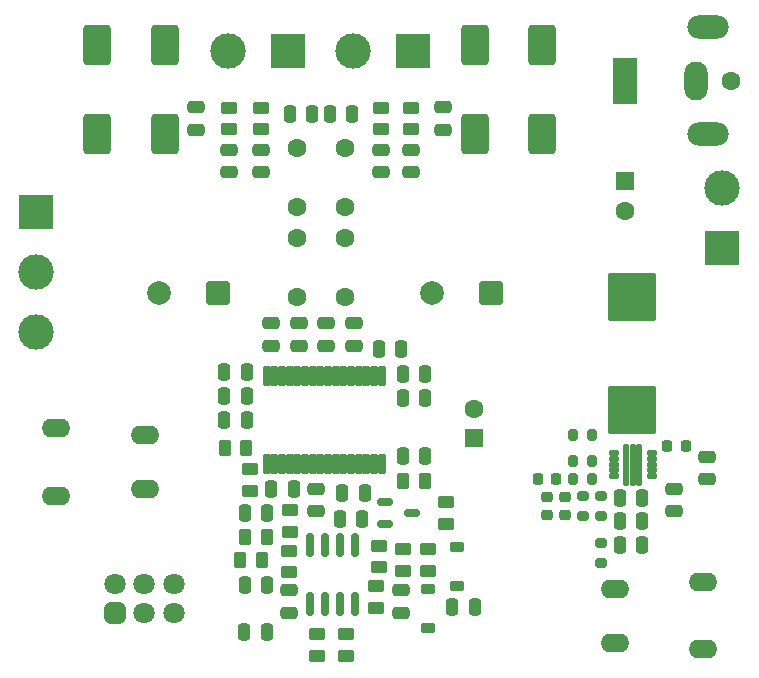
<source format=gts>
G04 #@! TF.GenerationSoftware,KiCad,Pcbnew,9.0.3*
G04 #@! TF.CreationDate,2025-08-11T22:09:38-04:00*
G04 #@! TF.ProjectId,Class D Amplifier,436c6173-7320-4442-9041-6d706c696669,rev?*
G04 #@! TF.SameCoordinates,Original*
G04 #@! TF.FileFunction,Soldermask,Top*
G04 #@! TF.FilePolarity,Negative*
%FSLAX46Y46*%
G04 Gerber Fmt 4.6, Leading zero omitted, Abs format (unit mm)*
G04 Created by KiCad (PCBNEW 9.0.3) date 2025-08-11 22:09:38*
%MOMM*%
%LPD*%
G01*
G04 APERTURE LIST*
G04 Aperture macros list*
%AMRoundRect*
0 Rectangle with rounded corners*
0 $1 Rounding radius*
0 $2 $3 $4 $5 $6 $7 $8 $9 X,Y pos of 4 corners*
0 Add a 4 corners polygon primitive as box body*
4,1,4,$2,$3,$4,$5,$6,$7,$8,$9,$2,$3,0*
0 Add four circle primitives for the rounded corners*
1,1,$1+$1,$2,$3*
1,1,$1+$1,$4,$5*
1,1,$1+$1,$6,$7*
1,1,$1+$1,$8,$9*
0 Add four rect primitives between the rounded corners*
20,1,$1+$1,$2,$3,$4,$5,0*
20,1,$1+$1,$4,$5,$6,$7,0*
20,1,$1+$1,$6,$7,$8,$9,0*
20,1,$1+$1,$8,$9,$2,$3,0*%
G04 Aperture macros list end*
%ADD10RoundRect,0.250001X-0.899999X-1.449999X0.899999X-1.449999X0.899999X1.449999X-0.899999X1.449999X0*%
%ADD11RoundRect,0.250000X-0.450000X0.262500X-0.450000X-0.262500X0.450000X-0.262500X0.450000X0.262500X0*%
%ADD12RoundRect,0.250000X0.450000X-0.262500X0.450000X0.262500X-0.450000X0.262500X-0.450000X-0.262500X0*%
%ADD13RoundRect,0.250000X-0.475000X0.250000X-0.475000X-0.250000X0.475000X-0.250000X0.475000X0.250000X0*%
%ADD14RoundRect,0.250000X0.550000X-0.550000X0.550000X0.550000X-0.550000X0.550000X-0.550000X-0.550000X0*%
%ADD15C,1.600000*%
%ADD16RoundRect,0.250000X-0.250000X-0.475000X0.250000X-0.475000X0.250000X0.475000X-0.250000X0.475000X0*%
%ADD17RoundRect,0.153500X0.153500X-0.733500X0.153500X0.733500X-0.153500X0.733500X-0.153500X-0.733500X0*%
%ADD18RoundRect,0.250000X0.250000X0.475000X-0.250000X0.475000X-0.250000X-0.475000X0.250000X-0.475000X0*%
%ADD19RoundRect,0.250001X0.899999X1.449999X-0.899999X1.449999X-0.899999X-1.449999X0.899999X-1.449999X0*%
%ADD20RoundRect,0.225000X0.225000X0.250000X-0.225000X0.250000X-0.225000X-0.250000X0.225000X-0.250000X0*%
%ADD21RoundRect,0.250000X0.750000X0.750000X-0.750000X0.750000X-0.750000X-0.750000X0.750000X-0.750000X0*%
%ADD22C,2.000000*%
%ADD23RoundRect,0.150000X-0.512500X-0.150000X0.512500X-0.150000X0.512500X0.150000X-0.512500X0.150000X0*%
%ADD24RoundRect,0.250000X0.475000X-0.250000X0.475000X0.250000X-0.475000X0.250000X-0.475000X-0.250000X0*%
%ADD25R,3.000000X3.000000*%
%ADD26C,3.000000*%
%ADD27RoundRect,0.450000X-0.450000X0.450000X-0.450000X-0.450000X0.450000X-0.450000X0.450000X0.450000X0*%
%ADD28C,1.800000*%
%ADD29RoundRect,0.200000X-0.275000X0.200000X-0.275000X-0.200000X0.275000X-0.200000X0.275000X0.200000X0*%
%ADD30RoundRect,0.250000X-0.262500X-0.450000X0.262500X-0.450000X0.262500X0.450000X-0.262500X0.450000X0*%
%ADD31RoundRect,0.102000X-0.350000X-0.125000X0.350000X-0.125000X0.350000X0.125000X-0.350000X0.125000X0*%
%ADD32RoundRect,0.102000X-0.125000X-1.700000X0.125000X-1.700000X0.125000X1.700000X-0.125000X1.700000X0*%
%ADD33RoundRect,0.200000X-0.200000X-0.275000X0.200000X-0.275000X0.200000X0.275000X-0.200000X0.275000X0*%
%ADD34RoundRect,0.225000X-0.375000X0.225000X-0.375000X-0.225000X0.375000X-0.225000X0.375000X0.225000X0*%
%ADD35RoundRect,0.250002X-1.799998X1.799998X-1.799998X-1.799998X1.799998X-1.799998X1.799998X1.799998X0*%
%ADD36RoundRect,0.225000X-0.250000X0.225000X-0.250000X-0.225000X0.250000X-0.225000X0.250000X0.225000X0*%
%ADD37RoundRect,0.150000X0.150000X-0.825000X0.150000X0.825000X-0.150000X0.825000X-0.150000X-0.825000X0*%
%ADD38R,2.000000X4.000000*%
%ADD39O,2.000000X3.300000*%
%ADD40O,3.500000X2.000000*%
%ADD41O,2.400000X1.600000*%
%ADD42RoundRect,0.225000X0.375000X-0.225000X0.375000X0.225000X-0.375000X0.225000X-0.375000X-0.225000X0*%
%ADD43RoundRect,0.250000X-0.550000X0.550000X-0.550000X-0.550000X0.550000X-0.550000X0.550000X0.550000X0*%
%ADD44RoundRect,0.250000X0.262500X0.450000X-0.262500X0.450000X-0.262500X-0.450000X0.262500X-0.450000X0*%
G04 APERTURE END LIST*
D10*
G04 #@! TO.C,L3*
X43000000Y-42900000D03*
X48700000Y-42900000D03*
G04 #@! TD*
D11*
G04 #@! TO.C,R4*
X61569193Y-92769984D03*
X61569193Y-94594984D03*
G04 #@! TD*
D12*
G04 #@! TO.C,R6*
X72500000Y-83412500D03*
X72500000Y-81587500D03*
G04 #@! TD*
D13*
G04 #@! TO.C,C37*
X67000000Y-51750000D03*
X67000000Y-53650000D03*
G04 #@! TD*
D12*
G04 #@! TO.C,R1*
X66900000Y-87112500D03*
X66900000Y-85287500D03*
G04 #@! TD*
D14*
G04 #@! TO.C,C8*
X74900000Y-76182380D03*
D15*
X74900000Y-73682380D03*
G04 #@! TD*
D16*
G04 #@! TO.C,C10*
X68850000Y-72800000D03*
X70750000Y-72800000D03*
G04 #@! TD*
G04 #@! TO.C,C2*
X55493012Y-88600000D03*
X57393012Y-88600000D03*
G04 #@! TD*
D13*
G04 #@! TO.C,C35*
X72300000Y-48150000D03*
X72300000Y-50050000D03*
G04 #@! TD*
D17*
G04 #@! TO.C,U2*
X57345000Y-78345000D03*
X57995000Y-78345000D03*
X58645000Y-78345000D03*
X59295000Y-78345000D03*
X59945000Y-78345000D03*
X60595000Y-78345000D03*
X61245000Y-78345000D03*
X61895000Y-78345000D03*
X62545000Y-78345000D03*
X63195000Y-78345000D03*
X63845000Y-78345000D03*
X64495000Y-78345000D03*
X65145000Y-78345000D03*
X65795000Y-78345000D03*
X66445000Y-78345000D03*
X67095000Y-78345000D03*
X67095000Y-70905000D03*
X66445000Y-70905000D03*
X65795000Y-70905000D03*
X65145000Y-70905000D03*
X64495000Y-70905000D03*
X63845000Y-70905000D03*
X63195000Y-70905000D03*
X62545000Y-70905000D03*
X61895000Y-70905000D03*
X61245000Y-70905000D03*
X60595000Y-70905000D03*
X59945000Y-70905000D03*
X59295000Y-70905000D03*
X58645000Y-70905000D03*
X57995000Y-70905000D03*
X57345000Y-70905000D03*
G04 #@! TD*
D11*
G04 #@! TO.C,R24*
X69600000Y-48187500D03*
X69600000Y-50012500D03*
G04 #@! TD*
D18*
G04 #@! TO.C,C26*
X89150000Y-81200000D03*
X87250000Y-81200000D03*
G04 #@! TD*
D13*
G04 #@! TO.C,C5*
X59200000Y-89050000D03*
X59200000Y-90950000D03*
G04 #@! TD*
D19*
G04 #@! TO.C,L2*
X80650000Y-50400000D03*
X74950000Y-50400000D03*
G04 #@! TD*
D20*
G04 #@! TO.C,C21*
X92825000Y-76850000D03*
X91275000Y-76850000D03*
G04 #@! TD*
D21*
G04 #@! TO.C,C42*
X53267677Y-63900000D03*
D22*
X48267677Y-63900000D03*
G04 #@! TD*
D23*
G04 #@! TO.C,Q1*
X67362500Y-81550000D03*
X67362500Y-83450000D03*
X69637500Y-82500000D03*
G04 #@! TD*
D18*
G04 #@! TO.C,C28*
X89150000Y-85200000D03*
X87250000Y-85200000D03*
G04 #@! TD*
D12*
G04 #@! TO.C,R13*
X59300000Y-84112500D03*
X59300000Y-82287500D03*
G04 #@! TD*
D24*
G04 #@! TO.C,C1*
X68700000Y-90950000D03*
X68700000Y-89050000D03*
G04 #@! TD*
D25*
G04 #@! TO.C,J4*
X95900000Y-60040000D03*
D26*
X95900000Y-54960000D03*
G04 #@! TD*
D18*
G04 #@! TO.C,C33*
X64600000Y-48700000D03*
X62700000Y-48700000D03*
G04 #@! TD*
D25*
G04 #@! TO.C,J5*
X69700000Y-43400000D03*
D26*
X64620000Y-43400000D03*
G04 #@! TD*
D16*
G04 #@! TO.C,C16*
X63750000Y-80800000D03*
X65650000Y-80800000D03*
G04 #@! TD*
G04 #@! TO.C,C3*
X73050000Y-90500000D03*
X74950000Y-90500000D03*
G04 #@! TD*
D27*
G04 #@! TO.C,RV1*
X44500000Y-91000000D03*
D28*
X47000000Y-91000000D03*
X49500000Y-91000000D03*
X44500000Y-88500000D03*
X47000000Y-88500000D03*
X49500000Y-88500000D03*
G04 #@! TD*
D29*
G04 #@! TO.C,R17*
X85650000Y-85075000D03*
X85650000Y-86725000D03*
G04 #@! TD*
D30*
G04 #@! TO.C,R11*
X68887500Y-79800000D03*
X70712500Y-79800000D03*
G04 #@! TD*
G04 #@! TO.C,R12*
X53787500Y-77000000D03*
X55612500Y-77000000D03*
G04 #@! TD*
D13*
G04 #@! TO.C,C39*
X69600000Y-51750000D03*
X69600000Y-53650000D03*
G04 #@! TD*
D15*
G04 #@! TO.C,C32*
X59900000Y-59200000D03*
X59900000Y-64200000D03*
G04 #@! TD*
G04 #@! TO.C,C31*
X64000000Y-59200000D03*
X64000000Y-64200000D03*
G04 #@! TD*
D31*
G04 #@! TO.C,U3*
X86750000Y-77400000D03*
X86750000Y-77900000D03*
X86750000Y-78400000D03*
X86750000Y-78900000D03*
X86750000Y-79400000D03*
D32*
X87800000Y-78400000D03*
X88350000Y-78400000D03*
X88900000Y-78400000D03*
D31*
X89950000Y-79400000D03*
X89950000Y-78900000D03*
X89950000Y-78400000D03*
X89950000Y-77900000D03*
X89950000Y-77400000D03*
G04 #@! TD*
D33*
G04 #@! TO.C,R15*
X83275000Y-78100000D03*
X84925000Y-78100000D03*
G04 #@! TD*
D11*
G04 #@! TO.C,R22*
X67000000Y-48187500D03*
X67000000Y-50012500D03*
G04 #@! TD*
D18*
G04 #@! TO.C,C4*
X57350000Y-92600000D03*
X55450000Y-92600000D03*
G04 #@! TD*
D11*
G04 #@! TO.C,R7*
X68900000Y-85587500D03*
X68900000Y-87412500D03*
G04 #@! TD*
D13*
G04 #@! TO.C,C15*
X94600000Y-77750000D03*
X94600000Y-79650000D03*
G04 #@! TD*
D16*
G04 #@! TO.C,C12*
X57750000Y-80500000D03*
X59650000Y-80500000D03*
G04 #@! TD*
D13*
G04 #@! TO.C,C23*
X60100000Y-66450000D03*
X60100000Y-68350000D03*
G04 #@! TD*
D16*
G04 #@! TO.C,C7*
X55493012Y-82500000D03*
X57393012Y-82500000D03*
G04 #@! TD*
D11*
G04 #@! TO.C,R9*
X66600000Y-88687500D03*
X66600000Y-90512500D03*
G04 #@! TD*
D13*
G04 #@! TO.C,C22*
X57700000Y-66450000D03*
X57700000Y-68350000D03*
G04 #@! TD*
D34*
G04 #@! TO.C,D2*
X73500000Y-85350000D03*
X73500000Y-88650000D03*
G04 #@! TD*
D20*
G04 #@! TO.C,C20*
X81875000Y-79600000D03*
X80325000Y-79600000D03*
G04 #@! TD*
D13*
G04 #@! TO.C,C24*
X62400000Y-66450000D03*
X62400000Y-68350000D03*
G04 #@! TD*
D18*
G04 #@! TO.C,C6*
X70750000Y-70700000D03*
X68850000Y-70700000D03*
G04 #@! TD*
D12*
G04 #@! TO.C,R3*
X64069193Y-94594984D03*
X64069193Y-92769984D03*
G04 #@! TD*
D35*
G04 #@! TO.C,L1*
X88300000Y-64250000D03*
X88300000Y-73750000D03*
G04 #@! TD*
D33*
G04 #@! TO.C,R14*
X83275000Y-75900000D03*
X84925000Y-75900000D03*
G04 #@! TD*
D16*
G04 #@! TO.C,C9*
X66850000Y-68600000D03*
X68750000Y-68600000D03*
G04 #@! TD*
D10*
G04 #@! TO.C,L4*
X74950000Y-42900000D03*
X80650000Y-42900000D03*
G04 #@! TD*
D19*
G04 #@! TO.C,L5*
X48700000Y-50400000D03*
X43000000Y-50400000D03*
G04 #@! TD*
D18*
G04 #@! TO.C,C13*
X55650000Y-74600000D03*
X53750000Y-74600000D03*
G04 #@! TD*
D36*
G04 #@! TO.C,C43*
X81100000Y-81125000D03*
X81100000Y-82675000D03*
G04 #@! TD*
D16*
G04 #@! TO.C,C19*
X68850000Y-77700000D03*
X70750000Y-77700000D03*
G04 #@! TD*
D11*
G04 #@! TO.C,R8*
X59200000Y-85687500D03*
X59200000Y-87512500D03*
G04 #@! TD*
D13*
G04 #@! TO.C,C40*
X56900000Y-51750000D03*
X56900000Y-53650000D03*
G04 #@! TD*
D15*
G04 #@! TO.C,C30*
X59900000Y-51600000D03*
X59900000Y-56600000D03*
G04 #@! TD*
D37*
G04 #@! TO.C,U1*
X60995000Y-90175000D03*
X62265000Y-90175000D03*
X63535000Y-90175000D03*
X64805000Y-90175000D03*
X64805000Y-85225000D03*
X63535000Y-85225000D03*
X62265000Y-85225000D03*
X60995000Y-85225000D03*
G04 #@! TD*
D15*
G04 #@! TO.C,C29*
X64000000Y-51600000D03*
X64000000Y-56600000D03*
G04 #@! TD*
D18*
G04 #@! TO.C,C27*
X89150000Y-83200000D03*
X87250000Y-83200000D03*
G04 #@! TD*
D29*
G04 #@! TO.C,R18*
X85650000Y-81075000D03*
X85650000Y-82725000D03*
G04 #@! TD*
D15*
G04 #@! TO.C,J3*
X96700000Y-45900000D03*
D38*
X87700000Y-45900000D03*
D39*
X93700000Y-45900000D03*
D40*
X94700000Y-50400000D03*
X94700000Y-41400000D03*
G04 #@! TD*
D13*
G04 #@! TO.C,C17*
X91850000Y-80450000D03*
X91850000Y-82350000D03*
G04 #@! TD*
D41*
G04 #@! TO.C,J2*
X47050000Y-75900000D03*
X39550000Y-81050000D03*
X39550000Y-75350000D03*
X47050000Y-80500000D03*
G04 #@! TD*
D13*
G04 #@! TO.C,C14*
X61500000Y-80450000D03*
X61500000Y-82350000D03*
G04 #@! TD*
D18*
G04 #@! TO.C,C18*
X55650000Y-72600000D03*
X53750000Y-72600000D03*
G04 #@! TD*
D25*
G04 #@! TO.C,J1*
X37800000Y-57020000D03*
D26*
X37800000Y-62100000D03*
X37800000Y-67180000D03*
G04 #@! TD*
D29*
G04 #@! TO.C,R19*
X84150000Y-81075000D03*
X84150000Y-82725000D03*
G04 #@! TD*
D42*
G04 #@! TO.C,D1*
X71000000Y-92250000D03*
X71000000Y-88950000D03*
G04 #@! TD*
D11*
G04 #@! TO.C,R23*
X54200000Y-48187500D03*
X54200000Y-50012500D03*
G04 #@! TD*
D18*
G04 #@! TO.C,C36*
X61200000Y-48700000D03*
X59300000Y-48700000D03*
G04 #@! TD*
D36*
G04 #@! TO.C,C44*
X82600000Y-81125000D03*
X82600000Y-82675000D03*
G04 #@! TD*
D13*
G04 #@! TO.C,C25*
X64700000Y-66450000D03*
X64700000Y-68350000D03*
G04 #@! TD*
D25*
G04 #@! TO.C,J6*
X59140000Y-43400000D03*
D26*
X54060000Y-43400000D03*
G04 #@! TD*
D16*
G04 #@! TO.C,C8*
X53750000Y-70600000D03*
X55650000Y-70600000D03*
G04 #@! TD*
D11*
G04 #@! TO.C,R5*
X71000000Y-85587500D03*
X71000000Y-87412500D03*
G04 #@! TD*
G04 #@! TO.C,R20*
X55900000Y-78787500D03*
X55900000Y-80612500D03*
G04 #@! TD*
D13*
G04 #@! TO.C,C38*
X54200000Y-51750000D03*
X54200000Y-53650000D03*
G04 #@! TD*
D24*
G04 #@! TO.C,C34*
X51400000Y-50050000D03*
X51400000Y-48150000D03*
G04 #@! TD*
D11*
G04 #@! TO.C,R25*
X56900000Y-48187500D03*
X56900000Y-50012500D03*
G04 #@! TD*
D21*
G04 #@! TO.C,C41*
X76367677Y-63900000D03*
D22*
X71367677Y-63900000D03*
G04 #@! TD*
D43*
G04 #@! TO.C,C11*
X87700000Y-54400000D03*
D15*
X87700000Y-56900000D03*
G04 #@! TD*
D33*
G04 #@! TO.C,R16*
X83275000Y-79600000D03*
X84925000Y-79600000D03*
G04 #@! TD*
D44*
G04 #@! TO.C,R2*
X57335512Y-84500000D03*
X55510512Y-84500000D03*
G04 #@! TD*
D30*
G04 #@! TO.C,R10*
X55087500Y-86500000D03*
X56912500Y-86500000D03*
G04 #@! TD*
D16*
G04 #@! TO.C,C6*
X63550000Y-83000000D03*
X65450000Y-83000000D03*
G04 #@! TD*
D41*
G04 #@! TO.C,J7*
X86800000Y-93500000D03*
X94300000Y-88350000D03*
X94300000Y-94050000D03*
X86800000Y-88900000D03*
G04 #@! TD*
M02*

</source>
